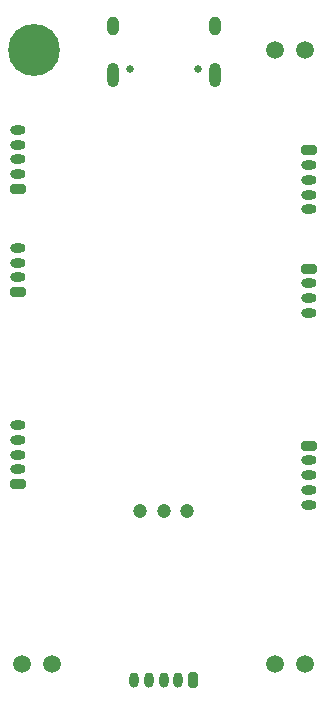
<source format=gbr>
%TF.GenerationSoftware,KiCad,Pcbnew,(6.0.9)*%
%TF.CreationDate,2022-12-02T14:17:00-08:00*%
%TF.ProjectId,controller,636f6e74-726f-46c6-9c65-722e6b696361,1*%
%TF.SameCoordinates,Original*%
%TF.FileFunction,Soldermask,Bot*%
%TF.FilePolarity,Negative*%
%FSLAX46Y46*%
G04 Gerber Fmt 4.6, Leading zero omitted, Abs format (unit mm)*
G04 Created by KiCad (PCBNEW (6.0.9)) date 2022-12-02 14:17:00*
%MOMM*%
%LPD*%
G01*
G04 APERTURE LIST*
G04 Aperture macros list*
%AMRoundRect*
0 Rectangle with rounded corners*
0 $1 Rounding radius*
0 $2 $3 $4 $5 $6 $7 $8 $9 X,Y pos of 4 corners*
0 Add a 4 corners polygon primitive as box body*
4,1,4,$2,$3,$4,$5,$6,$7,$8,$9,$2,$3,0*
0 Add four circle primitives for the rounded corners*
1,1,$1+$1,$2,$3*
1,1,$1+$1,$4,$5*
1,1,$1+$1,$6,$7*
1,1,$1+$1,$8,$9*
0 Add four rect primitives between the rounded corners*
20,1,$1+$1,$2,$3,$4,$5,0*
20,1,$1+$1,$4,$5,$6,$7,0*
20,1,$1+$1,$6,$7,$8,$9,0*
20,1,$1+$1,$8,$9,$2,$3,0*%
G04 Aperture macros list end*
%ADD10RoundRect,0.200000X-0.450000X0.200000X-0.450000X-0.200000X0.450000X-0.200000X0.450000X0.200000X0*%
%ADD11O,1.300000X0.800000*%
%ADD12RoundRect,0.200000X0.450000X-0.200000X0.450000X0.200000X-0.450000X0.200000X-0.450000X-0.200000X0*%
%ADD13RoundRect,0.200000X0.200000X0.450000X-0.200000X0.450000X-0.200000X-0.450000X0.200000X-0.450000X0*%
%ADD14O,0.800000X1.300000*%
%ADD15C,0.650000*%
%ADD16O,1.000000X2.100000*%
%ADD17O,1.000000X1.600000*%
%ADD18C,1.200000*%
%ADD19C,1.500000*%
%ADD20C,4.400000*%
G04 APERTURE END LIST*
D10*
%TO.C,J6*%
X137300000Y-92500000D03*
D11*
X137300000Y-93750000D03*
X137300000Y-95000000D03*
X137300000Y-96250000D03*
%TD*%
D12*
%TO.C,J7*%
X112700000Y-85750000D03*
D11*
X112700000Y-84500000D03*
X112700000Y-83250000D03*
X112700000Y-82000000D03*
X112700000Y-80750000D03*
%TD*%
D13*
%TO.C,J4*%
X127500000Y-127300000D03*
D14*
X126250000Y-127300000D03*
X125000000Y-127300000D03*
X123750000Y-127300000D03*
X122500000Y-127300000D03*
%TD*%
D15*
%TO.C,J2*%
X122110000Y-75600000D03*
X127890000Y-75600000D03*
D16*
X129320000Y-76130000D03*
D17*
X120680000Y-71950000D03*
X129320000Y-71950000D03*
D16*
X120680000Y-76130000D03*
%TD*%
D18*
%TO.C,SW1*%
X127000000Y-113000000D03*
X125000000Y-113000000D03*
X123000000Y-113000000D03*
%TD*%
D19*
%TO.C,J11*%
X134450000Y-126000000D03*
X136950000Y-126000000D03*
%TD*%
D10*
%TO.C,J8*%
X137300000Y-82500000D03*
D11*
X137300000Y-83750000D03*
X137300000Y-85000000D03*
X137300000Y-86250000D03*
X137300000Y-87500000D03*
%TD*%
D19*
%TO.C,J1*%
X136950000Y-74000000D03*
X134450000Y-74000000D03*
%TD*%
D12*
%TO.C,J5*%
X112700000Y-94500000D03*
D11*
X112700000Y-93250000D03*
X112700000Y-92000000D03*
X112700000Y-90750000D03*
%TD*%
D10*
%TO.C,J10*%
X137300000Y-107500000D03*
D11*
X137300000Y-108750000D03*
X137300000Y-110000000D03*
X137300000Y-111250000D03*
X137300000Y-112500000D03*
%TD*%
D12*
%TO.C,J9*%
X112700000Y-110750000D03*
D11*
X112700000Y-109500000D03*
X112700000Y-108250000D03*
X112700000Y-107000000D03*
X112700000Y-105750000D03*
%TD*%
D20*
%TO.C,H1*%
X114000000Y-74000000D03*
%TD*%
D19*
%TO.C,J3*%
X113050000Y-126000000D03*
X115550000Y-126000000D03*
%TD*%
M02*

</source>
